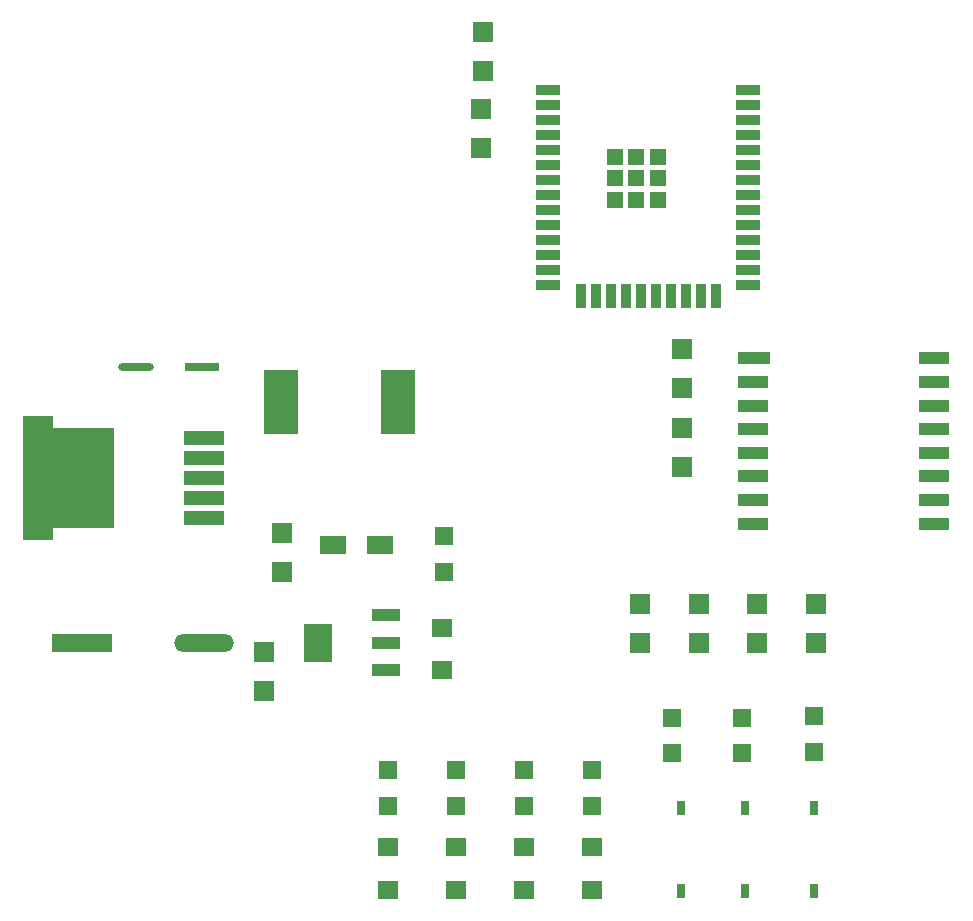
<source format=gtp>
G04*
G04 #@! TF.GenerationSoftware,Altium Limited,Altium Designer,21.3.2 (30)*
G04*
G04 Layer_Color=8421504*
%FSTAX24Y24*%
%MOIN*%
G70*
G04*
G04 #@! TF.SameCoordinates,F68421FC-E499-4976-B511-058DC5D6CA2F*
G04*
G04*
G04 #@! TF.FilePolarity,Positive*
G04*
G01*
G75*
%ADD23R,0.0524X0.0524*%
%ADD24R,0.0787X0.0354*%
%ADD25R,0.0354X0.0787*%
%ADD26R,0.0669X0.0669*%
%ADD27R,0.1140X0.2130*%
%ADD28R,0.1181X0.0276*%
%ADD29O,0.1181X0.0276*%
%ADD30R,0.0945X0.0394*%
%ADD31R,0.0945X0.1299*%
%ADD32R,0.2000X0.0591*%
%ADD33O,0.2000X0.0591*%
%ADD34R,0.0630X0.0591*%
%ADD35R,0.0650X0.0600*%
%ADD36R,0.0315X0.0472*%
%ADD37R,0.1024X0.0433*%
%ADD38R,0.1102X0.0433*%
%ADD39R,0.0886X0.0610*%
%ADD40R,0.1378X0.0472*%
%ADD41R,0.0984X0.4134*%
%ADD42R,0.2559X0.3346*%
D23*
X048172Y034155D02*
D03*
X04745D02*
D03*
X048895Y034878D02*
D03*
X048172D02*
D03*
X04745D02*
D03*
X048895Y0356D02*
D03*
X048172D02*
D03*
X04745D02*
D03*
X048895Y034155D02*
D03*
D24*
X051913Y03783D02*
D03*
Y03733D02*
D03*
Y03683D02*
D03*
Y03633D02*
D03*
Y03583D02*
D03*
Y03533D02*
D03*
Y03483D02*
D03*
Y03433D02*
D03*
Y03383D02*
D03*
Y03333D02*
D03*
Y03283D02*
D03*
Y03233D02*
D03*
Y03183D02*
D03*
Y03133D02*
D03*
X04522D02*
D03*
Y03183D02*
D03*
Y03233D02*
D03*
Y03283D02*
D03*
Y03333D02*
D03*
Y03383D02*
D03*
Y03433D02*
D03*
Y03483D02*
D03*
Y03533D02*
D03*
Y03583D02*
D03*
Y03633D02*
D03*
Y03683D02*
D03*
Y03733D02*
D03*
Y03783D02*
D03*
D25*
X050816Y030937D02*
D03*
X050316D02*
D03*
X049816D02*
D03*
X049316D02*
D03*
X048816D02*
D03*
X048316D02*
D03*
X047816D02*
D03*
X047316D02*
D03*
X046816D02*
D03*
X046316D02*
D03*
D26*
X04305Y03845D02*
D03*
Y03975D02*
D03*
X03635Y02305D02*
D03*
Y02175D02*
D03*
X03575Y017801D02*
D03*
Y0191D02*
D03*
X05415Y0194D02*
D03*
Y0207D02*
D03*
X0522Y0194D02*
D03*
Y0207D02*
D03*
X05025Y0194D02*
D03*
Y0207D02*
D03*
X0483Y0194D02*
D03*
Y0207D02*
D03*
X0497Y0279D02*
D03*
Y029199D02*
D03*
Y02655D02*
D03*
Y02525D02*
D03*
X043Y0359D02*
D03*
Y0372D02*
D03*
D27*
X04023Y027424D02*
D03*
X03633D02*
D03*
D28*
X0337Y0286D02*
D03*
D29*
X0315D02*
D03*
D30*
X039842Y018494D02*
D03*
Y0194D02*
D03*
Y020306D02*
D03*
D31*
X037558Y0194D02*
D03*
D32*
X0297D02*
D03*
D33*
X03375D02*
D03*
D34*
X0517Y016891D02*
D03*
Y015709D02*
D03*
X0399Y013959D02*
D03*
Y015141D02*
D03*
X042167D02*
D03*
Y013959D02*
D03*
X0467Y015141D02*
D03*
Y013959D02*
D03*
X044433Y015141D02*
D03*
Y013959D02*
D03*
X04935Y015709D02*
D03*
Y016891D02*
D03*
X0541Y015759D02*
D03*
Y016941D02*
D03*
X04175Y022941D02*
D03*
Y021759D02*
D03*
D35*
X0399Y01257D02*
D03*
Y01115D02*
D03*
X044433D02*
D03*
Y01257D02*
D03*
X042167D02*
D03*
Y01115D02*
D03*
X0467D02*
D03*
Y01257D02*
D03*
X0417Y01848D02*
D03*
Y0199D02*
D03*
D36*
X04965Y011122D02*
D03*
Y013878D02*
D03*
X0518Y011122D02*
D03*
Y013878D02*
D03*
X0541Y011122D02*
D03*
Y013878D02*
D03*
D37*
X058113Y028874D02*
D03*
Y028087D02*
D03*
Y0273D02*
D03*
Y026512D02*
D03*
Y025725D02*
D03*
Y024937D02*
D03*
Y02415D02*
D03*
Y023363D02*
D03*
X05205D02*
D03*
Y02415D02*
D03*
Y024937D02*
D03*
Y025725D02*
D03*
Y026512D02*
D03*
Y0273D02*
D03*
Y028087D02*
D03*
D38*
X052089Y028874D02*
D03*
D39*
X039625Y02265D02*
D03*
X03805D02*
D03*
D40*
X03375Y023542D02*
D03*
Y024211D02*
D03*
Y024881D02*
D03*
Y02555D02*
D03*
Y026219D02*
D03*
D41*
X028228Y024881D02*
D03*
D42*
X029508D02*
D03*
M02*

</source>
